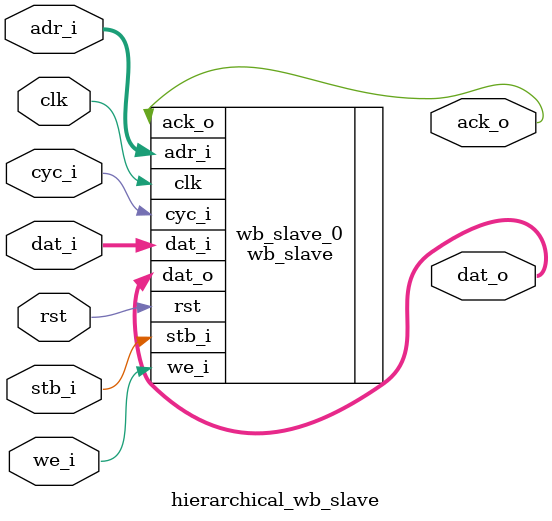
<source format=v>

module hierarchical_wb_slave #(
    parameter                              ADDR_WIDTH       = 32,    // The width of the address.
    parameter                              BASE_ADDRESS     = 5,    // The first referable address. Is substracted from input address.
    parameter                              DATA_COUNT       = 16,    // How many values there are in the register array.
    parameter                              DATA_WIDTH       = 32    // The width of the both transferred and inputted data.
) (
    // Interface: bus_slave
    input          [31:0]               adr_i,    // The address of the data.
    input                               cyc_i,    // Asserted by master for transfer.
    input          [31:0]               dat_i,    // Data from slave to master.
    input                               stb_i,    // Asserted, when this specific slave is selected.
    input                               we_i,    // Write = 1, Read = 0.
    output                              ack_o,    // Slave asserts acknowledge.
    output         [31:0]               dat_o,    // Data from master to slave.

    // These ports are not in any interface
    input                               clk,    // The mandatory clock, as this is synchronous logic.
    input                               rst    // The mandatory reset, as this is synchronous logic.
);

    // IP-XACT VLNV: tut.fi:ip.hw:wb_slave:1.0
    wb_slave #(
        .DATA_COUNT          (DATA_COUNT),
        .BASE_ADDRESS        (BASE_ADDRESS),
        .DATA_WIDTH          (DATA_WIDTH),
        .ADDR_WIDTH          (ADDR_WIDTH))
    wb_slave_0(
        // Interface: slave_interface
        .adr_i               (adr_i),
        .cyc_i               (cyc_i),
        .dat_i               (dat_i),
        .stb_i               (stb_i),
        .we_i                (we_i),
        .ack_o               (ack_o),
        .dat_o               (dat_o),
        // These ports are not in any interface
        .clk                 (clk),
        .rst                 (rst));


endmodule

</source>
